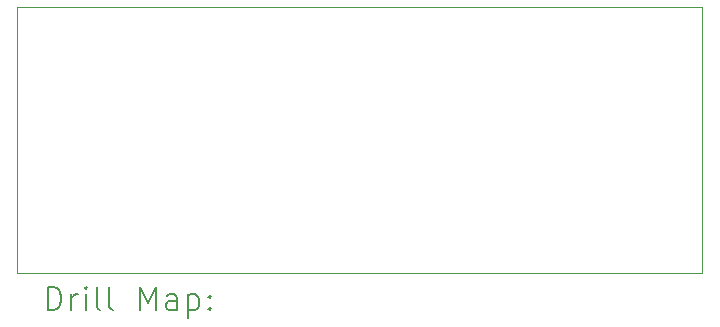
<source format=gbr>
%TF.GenerationSoftware,KiCad,Pcbnew,(6.0.8)*%
%TF.CreationDate,2022-11-19T23:45:41+04:00*%
%TF.ProjectId,MC34063_Buck_Rev3,4d433334-3036-4335-9f42-75636b5f5265,rev?*%
%TF.SameCoordinates,Original*%
%TF.FileFunction,Drillmap*%
%TF.FilePolarity,Positive*%
%FSLAX45Y45*%
G04 Gerber Fmt 4.5, Leading zero omitted, Abs format (unit mm)*
G04 Created by KiCad (PCBNEW (6.0.8)) date 2022-11-19 23:45:41*
%MOMM*%
%LPD*%
G01*
G04 APERTURE LIST*
%ADD10C,0.050000*%
%ADD11C,0.200000*%
G04 APERTURE END LIST*
D10*
X17700000Y-4650000D02*
X17700000Y-6900000D01*
X17700000Y-6900000D02*
X11900000Y-6900000D01*
X11900000Y-6900000D02*
X11900000Y-4650000D01*
X11900000Y-4650000D02*
X17700000Y-4650000D01*
D11*
X12155119Y-7212976D02*
X12155119Y-7012976D01*
X12202738Y-7012976D01*
X12231309Y-7022500D01*
X12250357Y-7041548D01*
X12259881Y-7060595D01*
X12269405Y-7098690D01*
X12269405Y-7127262D01*
X12259881Y-7165357D01*
X12250357Y-7184405D01*
X12231309Y-7203452D01*
X12202738Y-7212976D01*
X12155119Y-7212976D01*
X12355119Y-7212976D02*
X12355119Y-7079643D01*
X12355119Y-7117738D02*
X12364643Y-7098690D01*
X12374167Y-7089167D01*
X12393214Y-7079643D01*
X12412262Y-7079643D01*
X12478928Y-7212976D02*
X12478928Y-7079643D01*
X12478928Y-7012976D02*
X12469405Y-7022500D01*
X12478928Y-7032024D01*
X12488452Y-7022500D01*
X12478928Y-7012976D01*
X12478928Y-7032024D01*
X12602738Y-7212976D02*
X12583690Y-7203452D01*
X12574167Y-7184405D01*
X12574167Y-7012976D01*
X12707500Y-7212976D02*
X12688452Y-7203452D01*
X12678928Y-7184405D01*
X12678928Y-7012976D01*
X12936071Y-7212976D02*
X12936071Y-7012976D01*
X13002738Y-7155833D01*
X13069405Y-7012976D01*
X13069405Y-7212976D01*
X13250357Y-7212976D02*
X13250357Y-7108214D01*
X13240833Y-7089167D01*
X13221786Y-7079643D01*
X13183690Y-7079643D01*
X13164643Y-7089167D01*
X13250357Y-7203452D02*
X13231309Y-7212976D01*
X13183690Y-7212976D01*
X13164643Y-7203452D01*
X13155119Y-7184405D01*
X13155119Y-7165357D01*
X13164643Y-7146309D01*
X13183690Y-7136786D01*
X13231309Y-7136786D01*
X13250357Y-7127262D01*
X13345595Y-7079643D02*
X13345595Y-7279643D01*
X13345595Y-7089167D02*
X13364643Y-7079643D01*
X13402738Y-7079643D01*
X13421786Y-7089167D01*
X13431309Y-7098690D01*
X13440833Y-7117738D01*
X13440833Y-7174881D01*
X13431309Y-7193928D01*
X13421786Y-7203452D01*
X13402738Y-7212976D01*
X13364643Y-7212976D01*
X13345595Y-7203452D01*
X13526548Y-7193928D02*
X13536071Y-7203452D01*
X13526548Y-7212976D01*
X13517024Y-7203452D01*
X13526548Y-7193928D01*
X13526548Y-7212976D01*
X13526548Y-7089167D02*
X13536071Y-7098690D01*
X13526548Y-7108214D01*
X13517024Y-7098690D01*
X13526548Y-7089167D01*
X13526548Y-7108214D01*
M02*

</source>
